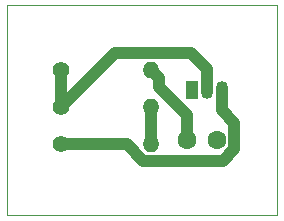
<source format=gbr>
G04 #@! TF.GenerationSoftware,KiCad,Pcbnew,(5.1.2)-2*
G04 #@! TF.CreationDate,2019-08-09T21:51:25-03:00*
G04 #@! TF.ProjectId,Minicurso IEEE,4d696e69-6375-4727-936f-20494545452e,rev?*
G04 #@! TF.SameCoordinates,Original*
G04 #@! TF.FileFunction,Copper,L1,Top*
G04 #@! TF.FilePolarity,Positive*
%FSLAX46Y46*%
G04 Gerber Fmt 4.6, Leading zero omitted, Abs format (unit mm)*
G04 Created by KiCad (PCBNEW (5.1.2)-2) date 2019-08-09 21:51:25*
%MOMM*%
%LPD*%
G04 APERTURE LIST*
%ADD10C,0.050000*%
%ADD11O,1.400000X1.400000*%
%ADD12C,1.400000*%
%ADD13R,1.050000X1.500000*%
%ADD14O,1.050000X1.500000*%
%ADD15C,1.600000*%
%ADD16C,1.000000*%
G04 APERTURE END LIST*
D10*
X53340000Y-114300000D02*
X53340000Y-96520000D01*
X76200000Y-114300000D02*
X53340000Y-114300000D01*
X76200000Y-96520000D02*
X76200000Y-114300000D01*
X53340000Y-96520000D02*
X76200000Y-96520000D01*
D11*
X65530000Y-108260000D03*
D12*
X57910000Y-108260000D03*
D11*
X65530000Y-105110000D03*
D12*
X57910000Y-105110000D03*
D11*
X65530000Y-101960000D03*
D12*
X57910000Y-101960000D03*
D13*
X68990000Y-103640000D03*
D14*
X71530000Y-103640000D03*
X70260000Y-103640000D03*
D15*
X71080000Y-107950000D03*
X68580000Y-107950000D03*
D16*
X71530000Y-105390000D02*
X71530000Y-103640000D01*
X72580001Y-106440001D02*
X71530000Y-105390000D01*
X72580001Y-108670001D02*
X72580001Y-106440001D01*
X64857999Y-109660001D02*
X71590001Y-109660001D01*
X63457998Y-108260000D02*
X64857999Y-109660001D01*
X71590001Y-109660001D02*
X72580001Y-108670001D01*
X57910000Y-108260000D02*
X63457998Y-108260000D01*
X57910000Y-101960000D02*
X57910000Y-105110000D01*
X70260000Y-101890000D02*
X70260000Y-103640000D01*
X68929999Y-100559999D02*
X70260000Y-101890000D01*
X62460001Y-100559999D02*
X68929999Y-100559999D01*
X57910000Y-105110000D02*
X62460001Y-100559999D01*
X68580000Y-106818630D02*
X68580000Y-107950000D01*
X68580000Y-105765002D02*
X68580000Y-106818630D01*
X66229999Y-103415001D02*
X68580000Y-105765002D01*
X66229999Y-102659999D02*
X66229999Y-103415001D01*
X65530000Y-101960000D02*
X66229999Y-102659999D01*
X65530000Y-105110000D02*
X65530000Y-108260000D01*
M02*

</source>
